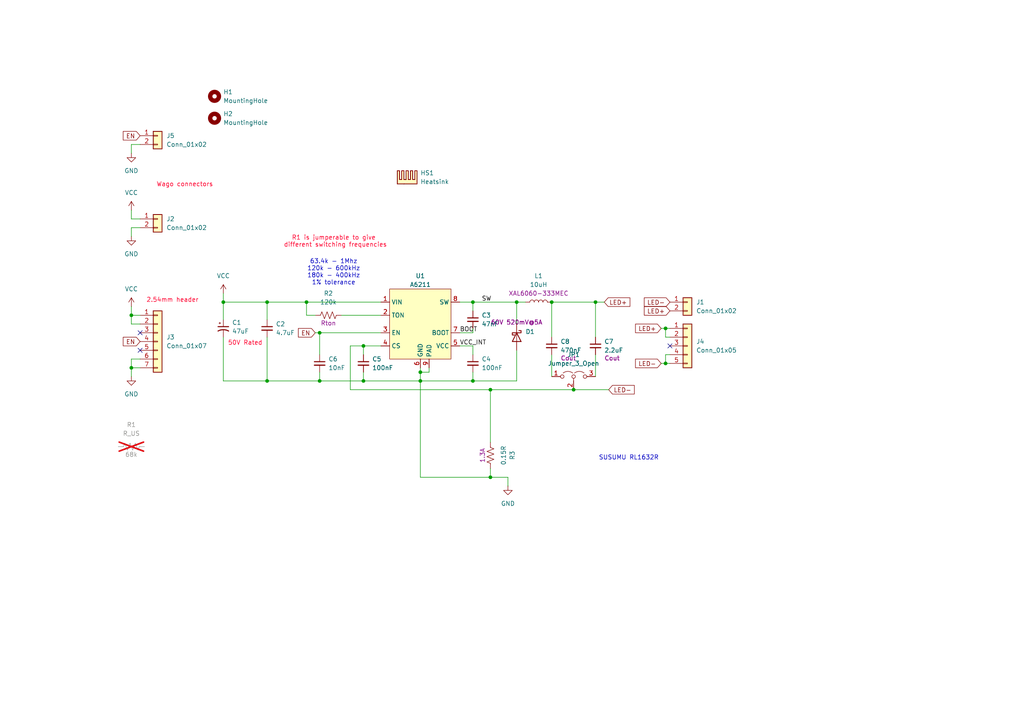
<source format=kicad_sch>
(kicad_sch (version 20231120) (generator "eeschema") (generator_version "8.0")
  (paper "A4")
  (lib_symbols
    (symbol "A6211:A6211"
      (property "Reference" "U" (at 0 0 0))
      (symbol "A6211_1_1"
        (rectangle (start -8.89 10.16) (end 8.89 -10.16) (fill (type background)))
        (pin power_in line (at -11.43 6.35 0) (length 2.54) (name "VIN") (number "1"))
        (pin input line (at -11.43 2.54 0) (length 2.54) (name "TON") (number "2"))
        (pin input line (at -11.43 -2.54 0) (length 2.54) (name "EN") (number "3"))
        (pin output line (at -11.43 -6.35 0) (length 2.54) (name "CS") (number "4"))
        (pin power_out line (at 11.43 -6.35 180) (length 2.54) (name "VCC") (number "5"))
        (pin power_out line (at 0 -12.7 90) (length 2.54) (name "GND") (number "6"))
        (pin input line (at 11.43 -2.54 180) (length 2.54) (name "BOOT") (number "7"))
        (pin power_out line (at 11.43 6.35 180) (length 2.54) (name "SW") (number "8"))
        (pin power_out line (at 2.54 -12.7 90) (length 2.54) (name "PAD") (number "9"))
      )
    )
    (symbol "Connector_Generic:Conn_01x02" (pin_names (offset 1.016) hide)
      (property "Reference" "J" (at 0 2.54 0))
      (property "Value" "Conn_01x02" (at 0 -5.08 0))
      (symbol "Conn_01x02_1_1"
        (rectangle (start -1.27 -2.413) (end 0 -2.667) (stroke (width 0.1524)))
        (rectangle (start -1.27 0.127) (end 0 -0.127) (stroke (width 0.1524)))
        (rectangle (start -1.27 1.27) (end 1.27 -3.81) (stroke (width 0.254)) (fill (type background)))
        (pin passive line (at -5.08 0 0) (length 3.81) (name "Pin_1") (number "1"))
        (pin passive line (at -5.08 -2.54 0) (length 3.81) (name "Pin_2") (number "2"))
      )
    )
    (symbol "Connector_Generic:Conn_01x05" (pin_names (offset 1.016) hide)
      (property "Reference" "J" (at 0 7.62 0))
      (property "Value" "Conn_01x05" (at 0 -7.62 0))
      (symbol "Conn_01x05_1_1"
        (rectangle (start -1.27 -4.953) (end 0 -5.207) (stroke (width 0.1524)))
        (rectangle (start -1.27 -2.413) (end 0 -2.667) (stroke (width 0.1524)))
        (rectangle (start -1.27 0.127) (end 0 -0.127) (stroke (width 0.1524)))
        (rectangle (start -1.27 2.667) (end 0 2.413) (stroke (width 0.1524)))
        (rectangle (start -1.27 5.207) (end 0 4.953) (stroke (width 0.1524)))
        (rectangle (start -1.27 6.35) (end 1.27 -6.35) (stroke (width 0.254)) (fill (type background)))
        (pin passive line (at -5.08 5.08 0) (length 3.81) (name "Pin_1") (number "1"))
        (pin passive line (at -5.08 2.54 0) (length 3.81) (name "Pin_2") (number "2"))
        (pin passive line (at -5.08 0 0) (length 3.81) (name "Pin_3") (number "3"))
        (pin passive line (at -5.08 -2.54 0) (length 3.81) (name "Pin_4") (number "4"))
        (pin passive line (at -5.08 -5.08 0) (length 3.81) (name "Pin_5") (number "5"))
      )
    )
    (symbol "Connector_Generic:Conn_01x07" (pin_names (offset 1.016) hide)
      (property "Reference" "J" (at 0 10.16 0))
      (property "Value" "Conn_01x07" (at 0 -10.16 0))
      (symbol "Conn_01x07_1_1"
        (rectangle (start -1.27 -7.493) (end 0 -7.747) (stroke (width 0.1524)))
        (rectangle (start -1.27 -4.953) (end 0 -5.207) (stroke (width 0.1524)))
        (rectangle (start -1.27 -2.413) (end 0 -2.667) (stroke (width 0.1524)))
        (rectangle (start -1.27 0.127) (end 0 -0.127) (stroke (width 0.1524)))
        (rectangle (start -1.27 2.667) (end 0 2.413) (stroke (width 0.1524)))
        (rectangle (start -1.27 5.207) (end 0 4.953) (stroke (width 0.1524)))
        (rectangle (start -1.27 7.747) (end 0 7.493) (stroke (width 0.1524)))
        (rectangle (start -1.27 8.89) (end 1.27 -8.89) (stroke (width 0.254)) (fill (type background)))
        (pin passive line (at -5.08 7.62 0) (length 3.81) (name "Pin_1") (number "1"))
        (pin passive line (at -5.08 5.08 0) (length 3.81) (name "Pin_2") (number "2"))
        (pin passive line (at -5.08 2.54 0) (length 3.81) (name "Pin_3") (number "3"))
        (pin passive line (at -5.08 0 0) (length 3.81) (name "Pin_4") (number "4"))
        (pin passive line (at -5.08 -2.54 0) (length 3.81) (name "Pin_5") (number "5"))
        (pin passive line (at -5.08 -5.08 0) (length 3.81) (name "Pin_6") (number "6"))
        (pin passive line (at -5.08 -7.62 0) (length 3.81) (name "Pin_7") (number "7"))
      )
    )
    (symbol "Device:C_Polarized_Small_US" (pin_numbers hide) (pin_names (offset 0.254) hide)
      (property "Reference" "C" (at 0.254 1.778 0))
      (property "Value" "C_Polarized_Small_US" (at 0.254 -2.032 0))
      (symbol "C_Polarized_Small_US_0_1"
        (polyline (pts (xy -1.524 0.508) (xy 1.524 0.508)) (stroke (width 0.3048)))
        (polyline (pts (xy -1.27 1.524) (xy -0.762 1.524)))
        (polyline (pts (xy -1.016 1.27) (xy -1.016 1.778)))
        (arc (start 1.524 -0.762) (mid 0 -0.3734) (end -1.524 -0.762) (stroke (width 0.3048)))
      )
      (symbol "C_Polarized_Small_US_1_1"
        (pin passive line (at 0 2.54 270) (length 2.032) (name "~") (number "1"))
        (pin passive line (at 0 -2.54 90) (length 2.032) (name "~") (number "2"))
      )
    )
    (symbol "Device:C_Small" (pin_numbers hide) (pin_names (offset 0.254) hide)
      (property "Reference" "C" (at 0.254 1.778 0))
      (property "Value" "C_Small" (at 0.254 -2.032 0))
      (symbol "C_Small_0_1"
        (polyline (pts (xy -1.524 -0.508) (xy 1.524 -0.508)) (stroke (width 0.3302)))
        (polyline (pts (xy -1.524 0.508) (xy 1.524 0.508)) (stroke (width 0.3048)))
      )
      (symbol "C_Small_1_1"
        (pin passive line (at 0 2.54 270) (length 2.032) (name "~") (number "1"))
        (pin passive line (at 0 -2.54 90) (length 2.032) (name "~") (number "2"))
      )
    )
    (symbol "Device:D_Schottky" (pin_numbers hide) (pin_names (offset 1.016) hide)
      (property "Reference" "D" (at 0 2.54 0))
      (property "Value" "D_Schottky" (at 0 -2.54 0))
      (symbol "D_Schottky_0_1"
        (polyline (pts (xy 1.27 0) (xy -1.27 0)))
        (polyline (pts (xy 1.27 1.27) (xy 1.27 -1.27) (xy -1.27 0) (xy 1.27 1.27)) (stroke (width 0.254)))
        (polyline (pts (xy -1.905 0.635) (xy -1.905 1.27) (xy -1.27 1.27) (xy -1.27 -1.27) (xy -0.635 -1.27) (xy -0.635 -0.635)) (stroke (width 0.254)))
      )
      (symbol "D_Schottky_1_1"
        (pin passive line (at -3.81 0 0) (length 2.54) (name "K") (number "1"))
        (pin passive line (at 3.81 0 180) (length 2.54) (name "A") (number "2"))
      )
    )
    (symbol "Device:L" (pin_numbers hide) (pin_names (offset 1.016) hide)
      (property "Reference" "L" (at -1.27 0 90))
      (property "Value" "L" (at 1.905 0 90))
      (symbol "L_0_1"
        (arc (start 0 -2.54) (mid 0.6323 -1.905) (end 0 -1.27))
        (arc (start 0 -1.27) (mid 0.6323 -0.635) (end 0 0))
        (arc (start 0 0) (mid 0.6323 0.635) (end 0 1.27))
        (arc (start 0 1.27) (mid 0.6323 1.905) (end 0 2.54))
      )
      (symbol "L_1_1"
        (pin passive line (at 0 3.81 270) (length 1.27) (name "1") (number "1"))
        (pin passive line (at 0 -3.81 90) (length 1.27) (name "2") (number "2"))
      )
    )
    (symbol "Device:R_US" (pin_numbers hide) (pin_names (offset 0))
      (property "Reference" "R" (at 2.54 0 90))
      (property "Value" "R_US" (at -2.54 0 90))
      (symbol "R_US_0_1"
        (polyline (pts (xy 0 -2.286) (xy 0 -2.54)))
        (polyline (pts (xy 0 2.286) (xy 0 2.54)))
        (polyline (pts (xy 0 -0.762) (xy 1.016 -1.143) (xy 0 -1.524) (xy -1.016 -1.905) (xy 0 -2.286)))
        (polyline (pts (xy 0 0.762) (xy 1.016 0.381) (xy 0 0) (xy -1.016 -0.381) (xy 0 -0.762)))
        (polyline (pts (xy 0 2.286) (xy 1.016 1.905) (xy 0 1.524) (xy -1.016 1.143) (xy 0 0.762)))
      )
      (symbol "R_US_1_1"
        (pin passive line (at 0 3.81 270) (length 1.27) (name "~") (number "1"))
        (pin passive line (at 0 -3.81 90) (length 1.27) (name "~") (number "2"))
      )
    )
    (symbol "Jumper:Jumper_3_Open" (pin_names (offset 0) hide)
      (property "Reference" "JP" (at -2.54 -2.54 0))
      (property "Value" "Jumper_3_Open" (at 0 2.794 0))
      (symbol "Jumper_3_Open_0_0"
        (circle (center -3.302 0) (radius 0.508))
        (circle (center 0 0) (radius 0.508))
        (circle (center 3.302 0) (radius 0.508))
      )
      (symbol "Jumper_3_Open_0_1"
        (arc (start -0.254 1.016) (mid -1.651 1.4992) (end -3.048 1.016))
        (polyline (pts (xy 0 -0.508) (xy 0 -1.27)))
        (arc (start 3.048 1.016) (mid 1.651 1.4992) (end 0.254 1.016))
      )
      (symbol "Jumper_3_Open_1_1"
        (pin passive line (at -6.35 0 0) (length 2.54) (name "A") (number "1"))
        (pin passive line (at 0 -3.81 90) (length 2.54) (name "C") (number "2"))
        (pin passive line (at 6.35 0 180) (length 2.54) (name "B") (number "3"))
      )
    )
    (symbol "Mechanical:Heatsink" (pin_names (offset 1.016)) (exclude_from_sim yes)
      (property "Reference" "HS" (at 0 5.08 0))
      (property "Value" "Heatsink" (at 0 -1.27 0))
      (symbol "Heatsink_0_1"
        (polyline (pts (xy -0.3302 1.27) (xy -0.9652 1.27) (xy -0.9652 3.81) (xy -1.6002 3.81) (xy -1.6002 1.27) (xy -2.2352 1.27) (xy -2.2352 3.81) (xy -2.8702 3.81) (xy -2.8702 0) (xy -0.9652 0)) (stroke (width 0.254)) (fill (type background)))
        (polyline (pts (xy -0.3302 1.27) (xy -0.3302 3.81) (xy 0.3048 3.81) (xy 0.3048 1.27) (xy 0.9398 1.27) (xy 0.9398 3.81) (xy 1.5748 3.81) (xy 1.5748 1.27) (xy 2.2098 1.27) (xy 2.2098 3.81) (xy 2.8448 3.81) (xy 2.8448 0) (xy -0.9652 0)) (stroke (width 0.254)) (fill (type background)))
      )
    )
    (symbol "Mechanical:MountingHole" (pin_names (offset 1.016)) (exclude_from_sim yes) (in_bom no)
      (property "Reference" "H" (at 0 5.08 0))
      (property "Value" "MountingHole" (at 0 3.175 0))
      (symbol "MountingHole_0_1"
        (circle (center 0 0) (radius 1.27) (stroke (width 1.27)))
      )
    )
    (symbol "power:GND" (power) (pin_numbers hide) (pin_names (offset 0) hide)
      (property "Value" "GND" (at 0 -3.81 0))
      (symbol "GND_0_1"
        (polyline (pts (xy 0 0) (xy 0 -1.27) (xy 1.27 -1.27) (xy 0 -2.54) (xy -1.27 -1.27) (xy 0 -1.27)))
      )
      (symbol "GND_1_1"
        (pin power_in line (at 0 0 270) (length 0) (name "~") (number "1"))
      )
    )
    (symbol "power:VCC" (power) (pin_numbers hide) (pin_names (offset 0) hide)
      (property "Value" "VCC" (at 0 3.556 0))
      (symbol "VCC_0_1"
        (polyline (pts (xy -0.762 1.27) (xy 0 2.54)))
        (polyline (pts (xy 0 0) (xy 0 2.54)))
        (polyline (pts (xy 0 2.54) (xy 0.762 1.27)))
      )
      (symbol "VCC_1_1"
        (pin power_in line (at 0 0 90) (length 0) (name "~") (number "1"))
      )
    )
  )
  (junction (at 142.24 138.43))
  (junction (at 88.9 87.63))
  (junction (at 137.16 87.63))
  (junction (at 92.71 110.49))
  (junction (at 121.92 107.95))
  (junction (at 193.04 105.41))
  (junction (at 77.47 110.49))
  (junction (at 77.47 87.63))
  (junction (at 172.72 87.63))
  (junction (at 160.02 87.63))
  (junction (at 121.92 110.49))
  (junction (at 137.16 110.49))
  (junction (at 149.86 87.63))
  (junction (at 193.04 95.25))
  (junction (at 38.1 91.44))
  (junction (at 105.41 110.49))
  (junction (at 166.37 113.03))
  (junction (at 105.41 100.33))
  (junction (at 92.71 96.52))
  (junction (at 64.77 87.63))
  (junction (at 38.1 106.68))
  (junction (at 142.24 113.03))
  (no_connect (at 40.64 96.52))
  (no_connect (at 194.31 100.33))
  (no_connect (at 40.64 101.6))
  (wire (pts (xy 77.47 87.63) (xy 77.47 92.71)))
  (wire (pts (xy 91.44 96.52) (xy 92.71 96.52)))
  (wire (pts (xy 38.1 91.44) (xy 40.64 91.44)))
  (wire (pts (xy 193.04 97.79) (xy 194.31 97.79)))
  (wire (pts (xy 193.04 105.41) (xy 193.04 102.87)))
  (wire (pts (xy 121.92 138.43) (xy 142.24 138.43)))
  (wire (pts (xy 38.1 68.58) (xy 38.1 66.04)))
  (wire (pts (xy 64.77 110.49) (xy 77.47 110.49)))
  (wire (pts (xy 105.41 107.95) (xy 105.41 110.49)))
  (wire (pts (xy 101.6 113.03) (xy 101.6 100.33)))
  (wire (pts (xy 193.04 102.87) (xy 194.31 102.87)))
  (wire (pts (xy 149.86 87.63) (xy 152.4 87.63)))
  (wire (pts (xy 121.92 107.95) (xy 121.92 110.49)))
  (wire (pts (xy 191.77 95.25) (xy 193.04 95.25)))
  (wire (pts (xy 193.04 105.41) (xy 194.31 105.41)))
  (wire (pts (xy 38.1 41.91) (xy 40.64 41.91)))
  (wire (pts (xy 38.1 106.68) (xy 38.1 104.14)))
  (wire (pts (xy 172.72 102.87) (xy 172.72 109.22)))
  (wire (pts (xy 149.86 87.63) (xy 137.16 87.63)))
  (wire (pts (xy 133.35 96.52) (xy 137.16 96.52)))
  (wire (pts (xy 105.41 100.33) (xy 105.41 102.87)))
  (wire (pts (xy 101.6 113.03) (xy 142.24 113.03)))
  (wire (pts (xy 121.92 106.68) (xy 121.92 107.95)))
  (wire (pts (xy 38.1 104.14) (xy 40.64 104.14)))
  (wire (pts (xy 137.16 100.33) (xy 137.16 102.87)))
  (wire (pts (xy 105.41 100.33) (xy 110.49 100.33)))
  (wire (pts (xy 38.1 66.04) (xy 40.64 66.04)))
  (wire (pts (xy 38.1 109.22) (xy 38.1 106.68)))
  (wire (pts (xy 142.24 113.03) (xy 166.37 113.03)))
  (wire (pts (xy 160.02 102.87) (xy 160.02 109.22)))
  (wire (pts (xy 160.02 87.63) (xy 160.02 97.79)))
  (wire (pts (xy 77.47 97.79) (xy 77.47 110.49)))
  (wire (pts (xy 77.47 110.49) (xy 92.71 110.49)))
  (wire (pts (xy 149.86 101.6) (xy 149.86 110.49)))
  (wire (pts (xy 38.1 91.44) (xy 38.1 93.98)))
  (wire (pts (xy 137.16 107.95) (xy 137.16 110.49)))
  (wire (pts (xy 133.35 87.63) (xy 137.16 87.63)))
  (wire (pts (xy 142.24 113.03) (xy 142.24 128.27)))
  (wire (pts (xy 193.04 95.25) (xy 193.04 97.79)))
  (wire (pts (xy 147.32 140.97) (xy 147.32 138.43)))
  (wire (pts (xy 99.06 91.44) (xy 110.49 91.44)))
  (wire (pts (xy 101.6 100.33) (xy 105.41 100.33)))
  (wire (pts (xy 124.46 106.68) (xy 124.46 107.95)))
  (wire (pts (xy 38.1 88.9) (xy 38.1 91.44)))
  (wire (pts (xy 172.72 87.63) (xy 172.72 97.79)))
  (wire (pts (xy 38.1 60.96) (xy 38.1 63.5)))
  (wire (pts (xy 77.47 87.63) (xy 88.9 87.63)))
  (wire (pts (xy 137.16 96.52) (xy 137.16 95.25)))
  (wire (pts (xy 88.9 87.63) (xy 110.49 87.63)))
  (wire (pts (xy 172.72 87.63) (xy 175.26 87.63)))
  (wire (pts (xy 92.71 96.52) (xy 110.49 96.52)))
  (wire (pts (xy 38.1 106.68) (xy 40.64 106.68)))
  (wire (pts (xy 142.24 135.89) (xy 142.24 138.43)))
  (wire (pts (xy 137.16 110.49) (xy 121.92 110.49)))
  (wire (pts (xy 64.77 87.63) (xy 77.47 87.63)))
  (wire (pts (xy 160.02 87.63) (xy 172.72 87.63)))
  (wire (pts (xy 88.9 91.44) (xy 88.9 87.63)))
  (wire (pts (xy 193.04 95.25) (xy 194.31 95.25)))
  (wire (pts (xy 92.71 110.49) (xy 105.41 110.49)))
  (wire (pts (xy 105.41 110.49) (xy 121.92 110.49)))
  (wire (pts (xy 64.77 97.79) (xy 64.77 110.49)))
  (wire (pts (xy 64.77 92.71) (xy 64.77 87.63)))
  (wire (pts (xy 38.1 63.5) (xy 40.64 63.5)))
  (wire (pts (xy 142.24 138.43) (xy 147.32 138.43)))
  (wire (pts (xy 92.71 107.95) (xy 92.71 110.49)))
  (wire (pts (xy 91.44 91.44) (xy 88.9 91.44)))
  (wire (pts (xy 149.86 110.49) (xy 137.16 110.49)))
  (wire (pts (xy 92.71 96.52) (xy 92.71 102.87)))
  (wire (pts (xy 38.1 44.45) (xy 38.1 41.91)))
  (wire (pts (xy 191.77 105.41) (xy 193.04 105.41)))
  (wire (pts (xy 124.46 107.95) (xy 121.92 107.95)))
  (wire (pts (xy 133.35 100.33) (xy 137.16 100.33)))
  (wire (pts (xy 38.1 93.98) (xy 40.64 93.98)))
  (wire (pts (xy 121.92 110.49) (xy 121.92 138.43)))
  (wire (pts (xy 137.16 87.63) (xy 137.16 90.17)))
  (wire (pts (xy 149.86 93.98) (xy 149.86 87.63)))
  (wire (pts (xy 64.77 85.09) (xy 64.77 87.63)))
  (wire (pts (xy 166.37 113.03) (xy 176.53 113.03)))
  (text "63.4k - 1Mhz\n120k - 600kHz\n180k - 400kHz\n1% tolerance" (at 96.774 78.994 0) (effects (font (size 1.27 1.27))))
  (text "SUSUMU RL1632R" (at 182.372 132.842 0) (effects (font (size 1.27 1.27))))
  (text "2.54mm header" (at 50.038 87.122 0) (effects (font (size 1.27 1.27))))
  (text "R1 is jumperable to give \ndifferent switching frequencies" (at 97.282 70.104 0) (effects (font (size 1.27 1.27))))
  (text "Wago connectors" (at 53.594 53.594 0) (effects (font (size 1.27 1.27))))
  (text "50V Rated" (at 71.12 99.568 0) (effects (font (size 1.27 1.27))))
  (label "VCC_INT" (at 133.35 100.33 0))
  (label "SW" (at 139.7 87.63 0))
  (label "BOOT" (at 133.35 96.52 0))
  (global_label "LED+" (shape input) (at 191.77 95.25 180) (property "Intersheetrefs" "${INTERSHEET_REFS}" (effects (hide yes))))
  (global_label "EN" (shape input) (at 40.64 99.06 180) (property "Intersheetrefs" "${INTERSHEET_REFS}" (effects (hide yes))))
  (global_label "LED+" (shape input) (at 175.26 87.63 0) (property "Intersheetrefs" "${INTERSHEET_REFS}" (effects (hide yes))))
  (global_label "EN" (shape input) (at 91.44 96.52 180) (property "Intersheetrefs" "${INTERSHEET_REFS}" (effects (hide yes))))
  (global_label "LED-" (shape input) (at 176.53 113.03 0) (property "Intersheetrefs" "${INTERSHEET_REFS}" (effects (hide yes))))
  (global_label "EN" (shape input) (at 40.64 39.37 180) (property "Intersheetrefs" "${INTERSHEET_REFS}" (effects (hide yes))))
  (global_label "LED-" (shape input) (at 194.31 87.63 180) (property "Intersheetrefs" "${INTERSHEET_REFS}" (effects (hide yes))))
  (global_label "LED+" (shape input) (at 194.31 90.17 180) (property "Intersheetrefs" "${INTERSHEET_REFS}" (effects (hide yes))))
  (global_label "LED-" (shape input) (at 191.77 105.41 180) (property "Intersheetrefs" "${INTERSHEET_REFS}" (effects (hide yes))))
  (symbol (lib_id "power:VCC") (at 38.1 88.9 0) (unit 1)
    (property "Reference" "#PWR03" (effects (hide yes)))
    (property "Value" "VCC" (at 38.1 83.82 0))
    (property "Description" "Power symbol creates a global label with name \"VCC\"" (effects (hide yes)))
  )
  (symbol (lib_id "Connector_Generic:Conn_01x02") (at 45.72 39.37 0) (unit 1)
    (property "Reference" "J5" (at 48.26 39.3699 0) (effects (justify left)))
    (property "Value" "Conn_01x02" (at 48.26 41.9099 0) (effects (justify left)))
    (property "Footprint" "Connector_PinHeader_2.54mm:PinHeader_1x02_P2.54mm_Vertical" (effects (hide yes)))
    (property "Description" "Generic connector, single row, 01x02, script generated (kicad-library-utils/schlib/autogen/connector/)" (effects (hide yes)))
  )
  (symbol (lib_id "power:GND") (at 38.1 109.22 0) (unit 1)
    (property "Reference" "#PWR04" (effects (hide yes)))
    (property "Value" "GND" (at 38.1 114.3 0))
    (property "Description" "Power symbol creates a global label with name \"GND\" , ground" (effects (hide yes)))
  )
  (symbol (lib_id "Device:C_Small") (at 77.47 95.25 0) (unit 1)
    (property "Reference" "C2" (at 80.01 93.9862 0) (effects (justify left)))
    (property "Value" "4.7uF" (at 80.01 96.5262 0) (effects (justify left)))
    (property "Footprint" "Capacitor_SMD:C_1206_3216Metric" (effects (hide yes)))
    (property "Description" "Unpolarized capacitor, small symbol" (effects (hide yes)))
    (property "LCSC" "C29823" (effects (hide yes)))
  )
  (symbol (lib_id "Device:R_US") (at 38.1 129.54 90) (unit 1) (exclude_from_sim yes) (in_bom no) (on_board no) (dnp yes)
    (property "Reference" "R1" (at 38.1 123.19 90))
    (property "Value" "R_US" (at 38.1 125.73 90))
    (property "Footprint" "Resistor_SMD:R_0603_1608Metric_Pad0.98x0.95mm_HandSolder" (effects (hide yes)))
    (property "Description" "68k" (at 38.1 131.826 90))
    (property "LCSC" "C23231" (effects (hide yes)))
  )
  (symbol (lib_id "Device:C_Small") (at 105.41 105.41 0) (unit 1)
    (property "Reference" "C5" (at 107.95 104.1462 0) (effects (justify left)))
    (property "Value" "100nF" (at 107.95 106.6862 0) (effects (justify left)))
    (property "Footprint" "Capacitor_SMD:C_0603_1608Metric" (effects (hide yes)))
    (property "Description" "Unpolarized capacitor, small symbol" (effects (hide yes)))
    (property "LCSC" "C14663" (effects (hide yes)))
  )
  (symbol (lib_id "A6211:A6211") (at 121.92 93.98 0) (unit 1)
    (property "Reference" "U1" (at 121.92 80.01 0))
    (property "Value" "A6211" (at 121.92 82.55 0))
    (property "Footprint" "Package_SO:SOIC-8-1EP_3.9x4.9mm_P1.27mm_EP2.41x3.3mm_ThermalVias" (effects (hide yes)))
    (property "MFR" "A6211GLJTR-T" (effects (hide yes)))
    (property "LCSC" "C150827" (effects (hide yes)))
  )
  (symbol (lib_id "power:VCC") (at 64.77 85.09 0) (unit 1)
    (property "Reference" "#PWR02" (effects (hide yes)))
    (property "Value" "VCC" (at 64.77 80.01 0))
    (property "Description" "Power symbol creates a global label with name \"VCC\"" (effects (hide yes)))
  )
  (symbol (lib_id "power:GND") (at 147.32 140.97 0) (unit 1)
    (property "Reference" "#PWR08" (effects (hide yes)))
    (property "Value" "GND" (at 147.32 146.05 0))
    (property "Description" "Power symbol creates a global label with name \"GND\" , ground" (effects (hide yes)))
  )
  (symbol (lib_id "Device:C_Polarized_Small_US") (at 64.77 95.25 0) (unit 1)
    (property "Reference" "C1" (at 67.31 93.5481 0) (effects (justify left)))
    (property "Value" "47uF" (at 67.31 96.0881 0) (effects (justify left)))
    (property "Footprint" "Capacitor_SMD:CP_Elec_8x10" (effects (hide yes)))
    (property "Description" "Polarized capacitor, small US symbol" (effects (hide yes)))
    (property "MFR" "GXC1J470MCQ1GS" (effects (hide yes)))
    (property "LCSC" "C40078" (effects (hide yes)))
  )
  (symbol (lib_id "Connector_Generic:Conn_01x02") (at 45.72 63.5 0) (unit 1)
    (property "Reference" "J2" (at 48.26 63.4999 0) (effects (justify left)))
    (property "Value" "Conn_01x02" (at 48.26 66.0399 0) (effects (justify left)))
    (property "Footprint" "MHCI:2060-452-998-404 Wago" (effects (hide yes)))
    (property "Description" "Generic connector, single row, 01x02, script generated (kicad-library-utils/schlib/autogen/connector/)" (effects (hide yes)))
    (property "MFR" "2060-452/998-404" (effects (hide yes)))
  )
  (symbol (lib_id "Connector_Generic:Conn_01x07") (at 45.72 99.06 0) (unit 1)
    (property "Reference" "J3" (at 48.26 97.7899 0) (effects (justify left)))
    (property "Value" "Conn_01x07" (at 48.26 100.3299 0) (effects (justify left)))
    (property "Footprint" "Connector_PinHeader_2.54mm:PinHeader_1x07_P2.54mm_Vertical" (effects (hide yes)))
    (property "Description" "Generic connector, single row, 01x07, script generated (kicad-library-utils/schlib/autogen/connector/)" (effects (hide yes)))
  )
  (symbol (lib_id "Mechanical:MountingHole") (at 62.23 27.94 0) (unit 1) (exclude_from_sim yes) (in_bom no)
    (property "Reference" "H1" (at 64.77 26.6699 0) (effects (justify left)))
    (property "Value" "MountingHole" (at 64.77 29.2099 0) (effects (justify left)))
    (property "Footprint" "MountingHole:MountingHole_3.2mm_M3" (effects (hide yes)))
    (property "Description" "Mounting Hole without connection" (effects (hide yes)))
  )
  (symbol (lib_id "Device:C_Small") (at 137.16 92.71 0) (unit 1)
    (property "Reference" "C3" (at 139.7 91.4462 0) (effects (justify left)))
    (property "Value" "47nF" (at 139.7 93.9862 0) (effects (justify left)))
    (property "Footprint" "Capacitor_SMD:C_0603_1608Metric" (effects (hide yes)))
    (property "Description" "Unpolarized capacitor, small symbol" (effects (hide yes)))
    (property "LCSC" "C1622" (effects (hide yes)))
  )
  (symbol (lib_id "Connector_Generic:Conn_01x02") (at 199.39 87.63 0) (unit 1)
    (property "Reference" "J1" (at 201.93 87.6299 0) (effects (justify left)))
    (property "Value" "Conn_01x02" (at 201.93 90.1699 0) (effects (justify left)))
    (property "Footprint" "MHCI:2060-452-998-404 Wago" (effects (hide yes)))
    (property "Description" "Generic connector, single row, 01x02, script generated (kicad-library-utils/schlib/autogen/connector/)" (effects (hide yes)))
    (property "MFR" "2060-452/998-404" (effects (hide yes)))
  )
  (symbol (lib_id "Connector_Generic:Conn_01x05") (at 199.39 100.33 0) (unit 1)
    (property "Reference" "J4" (at 201.93 99.0599 0) (effects (justify left)))
    (property "Value" "Conn_01x05" (at 201.93 101.5999 0) (effects (justify left)))
    (property "Footprint" "Connector_PinHeader_2.54mm:PinHeader_1x05_P2.54mm_Vertical" (effects (hide yes)))
    (property "Description" "Generic connector, single row, 01x05, script generated (kicad-library-utils/schlib/autogen/connector/)" (effects (hide yes)))
  )
  (symbol (lib_id "Device:C_Small") (at 172.72 100.33 0) (unit 1)
    (property "Reference" "C7" (at 175.26 99.0662 0) (effects (justify left)))
    (property "Value" "2.2uF" (at 175.26 101.6062 0) (effects (justify left)))
    (property "Footprint" "Capacitor_SMD:C_1206_3216Metric" (effects (hide yes)))
    (property "Description" "Cout" (at 177.546 103.886 0))
    (property "LCSC" "C50254" (effects (hide yes)))
  )
  (symbol (lib_id "power:GND") (at 38.1 68.58 0) (unit 1)
    (property "Reference" "#PWR06" (effects (hide yes)))
    (property "Value" "GND" (at 38.1 73.66 0))
    (property "Description" "Power symbol creates a global label with name \"GND\" , ground" (effects (hide yes)))
  )
  (symbol (lib_id "Device:D_Schottky") (at 149.86 97.79 270) (unit 1)
    (property "Reference" "D1" (at 152.4 96.2024 90) (effects (justify left)))
    (property "Value" "D_Schottky" (effects (hide yes)))
    (property "Footprint" "Diode_SMD:D_SMC" (effects (hide yes)))
    (property "Description" "60V 520mV@5A" (at 149.86 93.472 90))
    (property "LCSC" "C7436542" (effects (hide yes)))
  )
  (symbol (lib_id "Mechanical:Heatsink") (at 118.11 53.34 0) (unit 1) (exclude_from_sim yes)
    (property "Reference" "HS1" (at 121.92 50.1649 0) (effects (justify left)))
    (property "Value" "Heatsink" (at 121.92 52.7049 0) (effects (justify left)))
    (property "Footprint" "MHCI:HSB02-101007" (effects (hide yes)))
    (property "Description" "Heatsink" (effects (hide yes)))
  )
  (symbol (lib_id "Jumper:Jumper_3_Open") (at 166.37 109.22 0) (unit 1)
    (property "Reference" "JP1" (at 166.37 102.87 0))
    (property "Value" "Jumper_3_Open" (at 166.37 105.41 0))
    (property "Footprint" "Jumper:SolderJumper-3_P1.3mm_Open_RoundedPad1.0x1.5mm_NumberLabels" (effects (hide yes)))
    (property "Description" "Jumper, 3-pole, both open" (effects (hide yes)))
  )
  (symbol (lib_id "Device:C_Small") (at 92.71 105.41 0) (unit 1)
    (property "Reference" "C6" (at 95.25 104.1462 0) (effects (justify left)))
    (property "Value" "10nF" (at 95.25 106.6862 0) (effects (justify left)))
    (property "Footprint" "Capacitor_SMD:C_0603_1608Metric" (effects (hide yes)))
    (property "Description" "Unpolarized capacitor, small symbol" (effects (hide yes)))
    (property "LCSC" "C57112" (effects (hide yes)))
  )
  (symbol (lib_id "power:VCC") (at 38.1 60.96 0) (unit 1)
    (property "Reference" "#PWR05" (effects (hide yes)))
    (property "Value" "VCC" (at 38.1 55.88 0))
    (property "Description" "Power symbol creates a global label with name \"VCC\"" (effects (hide yes)))
  )
  (symbol (lib_id "Mechanical:MountingHole") (at 62.23 34.29 0) (unit 1) (exclude_from_sim yes) (in_bom no)
    (property "Reference" "H2" (at 64.77 33.0199 0) (effects (justify left)))
    (property "Value" "MountingHole" (at 64.77 35.5599 0) (effects (justify left)))
    (property "Footprint" "MountingHole:MountingHole_3.2mm_M3" (effects (hide yes)))
    (property "Description" "Mounting Hole without connection" (effects (hide yes)))
  )
  (symbol (lib_id "Device:C_Small") (at 160.02 100.33 0) (unit 1)
    (property "Reference" "C8" (at 162.56 99.0662 0) (effects (justify left)))
    (property "Value" "470nF" (at 162.56 101.6062 0) (effects (justify left)))
    (property "Footprint" "Capacitor_SMD:C_1206_3216Metric" (effects (hide yes)))
    (property "Description" "Cout" (at 164.846 103.886 0))
    (property "LCSC" "C50254" (effects (hide yes)))
  )
  (symbol (lib_id "Device:R_US") (at 142.24 132.08 0) (unit 1)
    (property "Reference" "R3" (at 148.59 132.08 90))
    (property "Value" "0.15R" (at 146.05 132.08 90))
    (property "Footprint" "Resistor_SMD:R_1206_3216Metric" (effects (hide yes)))
    (property "Description" "1.3A" (at 139.954 132.08 90))
    (property "MFR" "RL1632R-R150-F" (effects (hide yes)))
    (property "LCSC" "C2683383" (effects (hide yes)))
  )
  (symbol (lib_id "Device:C_Small") (at 137.16 105.41 0) (unit 1)
    (property "Reference" "C4" (at 139.7 104.1462 0) (effects (justify left)))
    (property "Value" "100nF" (at 139.7 106.6862 0) (effects (justify left)))
    (property "Footprint" "Capacitor_SMD:C_0603_1608Metric" (effects (hide yes)))
    (property "Description" "Unpolarized capacitor, small symbol" (effects (hide yes)))
    (property "LCSC" "C14663" (effects (hide yes)))
  )
  (symbol (lib_id "power:GND") (at 38.1 44.45 0) (unit 1)
    (property "Reference" "#PWR07" (effects (hide yes)))
    (property "Value" "GND" (at 38.1 49.53 0))
    (property "Description" "Power symbol creates a global label with name \"GND\" , ground" (effects (hide yes)))
  )
  (symbol (lib_id "Device:R_US") (at 95.25 91.44 90) (unit 1)
    (property "Reference" "R2" (at 95.25 85.09 90))
    (property "Value" "120k" (at 95.25 87.63 90))
    (property "Footprint" "Resistor_SMD:R_0603_1608Metric_Pad0.98x0.95mm_HandSolder" (effects (hide yes)))
    (property "Description" "Rton" (at 95.25 93.726 90))
    (property "LCSC" "C25808" (effects (hide yes)))
  )
  (symbol (lib_id "Device:L") (at 156.21 87.63 90) (unit 1)
    (property "Reference" "L1" (at 156.21 80.01 90))
    (property "Value" "10uH" (at 156.21 82.55 90))
    (property "Footprint" "Inductor_SMD:L_Coilcraft_XAL6060-XXX" (effects (hide yes)))
    (property "Description" "XAL6060-333MEC" (at 156.21 85.09 90))
    (property "LCSC" "C5119929" (effects (hide yes)))
  )
)
</source>
